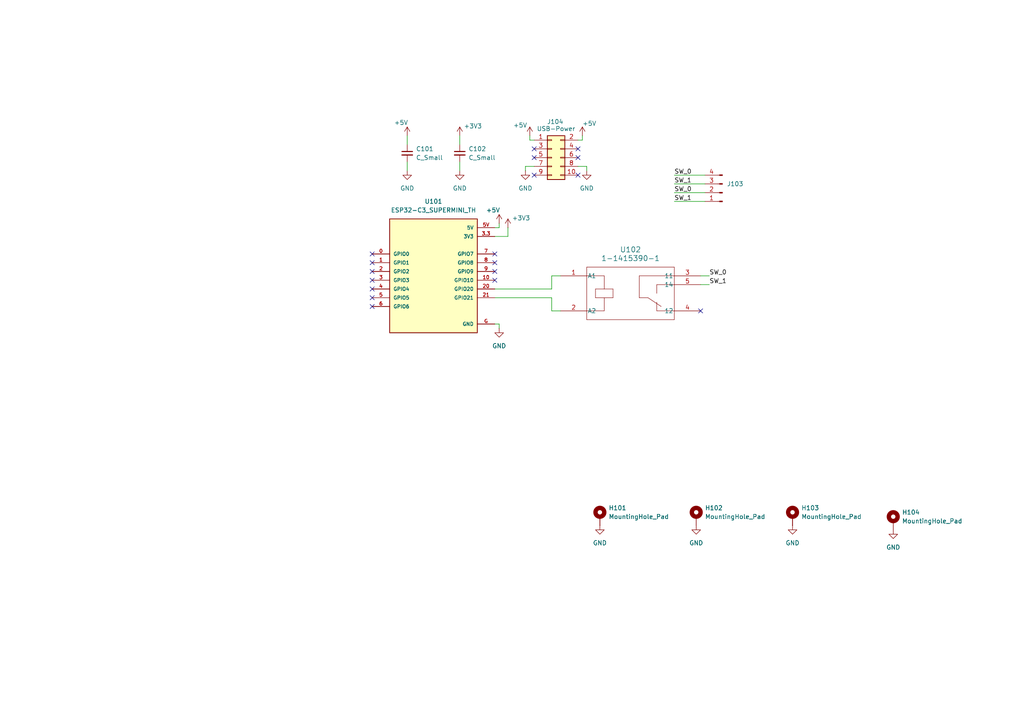
<source format=kicad_sch>
(kicad_sch (version 20250114) (generator "eeschema") (generator_version "9.0")
  (paper "A4")
  (lib_symbols
    (symbol "Connector:Conn_01x04_Pin" (pin_names (offset 1.016) (hide yes))
      (property "Reference" "J" (at 0 5.08 0))
      (property "Value" "Conn_01x04_Pin" (at 0 -7.62 0))
      (symbol "Conn_01x04_Pin_1_1"
        (rectangle (start 0.8636 2.667) (end 0 2.413) (stroke (width 0.1524)) (fill (type outline)))
        (rectangle (start 0.8636 0.127) (end 0 -0.127) (stroke (width 0.1524)) (fill (type outline)))
        (rectangle (start 0.8636 -2.413) (end 0 -2.667) (stroke (width 0.1524)) (fill (type outline)))
        (rectangle (start 0.8636 -4.953) (end 0 -5.207) (stroke (width 0.1524)) (fill (type outline)))
        (polyline (pts (xy 1.27 2.54) (xy 0.8636 2.54)) (stroke (width 0.1524)))
        (polyline (pts (xy 1.27 0) (xy 0.8636 0)) (stroke (width 0.1524)))
        (polyline (pts (xy 1.27 -2.54) (xy 0.8636 -2.54)) (stroke (width 0.1524)))
        (polyline (pts (xy 1.27 -5.08) (xy 0.8636 -5.08)) (stroke (width 0.1524)))
        (pin passive line (at 5.08 2.54 180) (length 3.81) (name "Pin_1") (number "1"))
        (pin passive line (at 5.08 0 180) (length 3.81) (name "Pin_2") (number "2"))
        (pin passive line (at 5.08 -2.54 180) (length 3.81) (name "Pin_3") (number "3"))
        (pin passive line (at 5.08 -5.08 180) (length 3.81) (name "Pin_4") (number "4"))
      )
    )
    (symbol "Connector_Generic:Conn_02x05_Odd_Even" (pin_names (offset 1.016) (hide yes))
      (property "Reference" "J" (at 1.27 7.62 0))
      (property "Value" "Conn_02x05_Odd_Even" (at 1.27 -7.62 0))
      (symbol "Conn_02x05_Odd_Even_1_1"
        (rectangle (start -1.27 6.35) (end 3.81 -6.35) (stroke (width 0.254)) (fill (type background)))
        (rectangle (start -1.27 5.207) (end 0 4.953) (stroke (width 0.1524)))
        (rectangle (start -1.27 2.667) (end 0 2.413) (stroke (width 0.1524)))
        (rectangle (start -1.27 0.127) (end 0 -0.127) (stroke (width 0.1524)))
        (rectangle (start -1.27 -2.413) (end 0 -2.667) (stroke (width 0.1524)))
        (rectangle (start -1.27 -4.953) (end 0 -5.207) (stroke (width 0.1524)))
        (rectangle (start 3.81 5.207) (end 2.54 4.953) (stroke (width 0.1524)))
        (rectangle (start 3.81 2.667) (end 2.54 2.413) (stroke (width 0.1524)))
        (rectangle (start 3.81 0.127) (end 2.54 -0.127) (stroke (width 0.1524)))
        (rectangle (start 3.81 -2.413) (end 2.54 -2.667) (stroke (width 0.1524)))
        (rectangle (start 3.81 -4.953) (end 2.54 -5.207) (stroke (width 0.1524)))
        (pin passive line (at -5.08 5.08 0) (length 3.81) (name "Pin_1") (number "1"))
        (pin passive line (at -5.08 2.54 0) (length 3.81) (name "Pin_3") (number "3"))
        (pin passive line (at -5.08 0 0) (length 3.81) (name "Pin_5") (number "5"))
        (pin passive line (at -5.08 -2.54 0) (length 3.81) (name "Pin_7") (number "7"))
        (pin passive line (at -5.08 -5.08 0) (length 3.81) (name "Pin_9") (number "9"))
        (pin passive line (at 7.62 5.08 180) (length 3.81) (name "Pin_2") (number "2"))
        (pin passive line (at 7.62 2.54 180) (length 3.81) (name "Pin_4") (number "4"))
        (pin passive line (at 7.62 0 180) (length 3.81) (name "Pin_6") (number "6"))
        (pin passive line (at 7.62 -2.54 180) (length 3.81) (name "Pin_8") (number "8"))
        (pin passive line (at 7.62 -5.08 180) (length 3.81) (name "Pin_10") (number "10"))
      )
    )
    (symbol "Device:C_Small" (pin_numbers (hide yes)) (pin_names (offset 0.254) (hide yes))
      (property "Reference" "C" (at 0.254 1.778 0))
      (property "Value" "C_Small" (at 0.254 -2.032 0))
      (symbol "C_Small_0_1"
        (polyline (pts (xy -1.524 0.508) (xy 1.524 0.508)) (stroke (width 0.3048)))
        (polyline (pts (xy -1.524 -0.508) (xy 1.524 -0.508)) (stroke (width 0.3302)))
      )
      (symbol "C_Small_1_1"
        (pin passive line (at 0 2.54 270) (length 2.032) (name "~") (number "1"))
        (pin passive line (at 0 -2.54 90) (length 2.032) (name "~") (number "2"))
      )
    )
    (symbol "ESP32-C3_SUPERMINI_TH:ESP32-C3_SUPERMINI_TH" (pin_names (offset 1.016))
      (property "Reference" "U" (at -12.7 16.002 0))
      (property "Value" "ESP32-C3_SUPERMINI_TH" (at -12.7 -20.32 0))
      (symbol "ESP32-C3_SUPERMINI_TH_0_0"
        (rectangle (start -12.7 -17.78) (end 12.7 15.24) (stroke (width 0.254)) (fill (type background)))
        (pin bidirectional line (at -17.78 5.08 0) (length 5.08) (name "GPIO0") (number "0"))
        (pin bidirectional line (at -17.78 2.54 0) (length 5.08) (name "GPIO1") (number "1"))
        (pin bidirectional line (at -17.78 0 0) (length 5.08) (name "GPIO2") (number "2"))
        (pin bidirectional line (at -17.78 -2.54 0) (length 5.08) (name "GPIO3") (number "3"))
        (pin bidirectional line (at -17.78 -5.08 0) (length 5.08) (name "GPIO4") (number "4"))
        (pin bidirectional line (at -17.78 -7.62 0) (length 5.08) (name "GPIO5") (number "5"))
        (pin bidirectional line (at -17.78 -10.16 0) (length 5.08) (name "GPIO6") (number "6"))
        (pin power_in line (at 17.78 12.7 180) (length 5.08) (name "5V") (number "5V"))
        (pin power_in line (at 17.78 10.16 180) (length 5.08) (name "3V3") (number "3.3"))
        (pin bidirectional line (at 17.78 5.08 180) (length 5.08) (name "GPIO7") (number "7"))
        (pin bidirectional line (at 17.78 2.54 180) (length 5.08) (name "GPIO8") (number "8"))
        (pin bidirectional line (at 17.78 0 180) (length 5.08) (name "GPIO9") (number "9"))
        (pin bidirectional line (at 17.78 -2.54 180) (length 5.08) (name "GPIO10") (number "10"))
        (pin bidirectional line (at 17.78 -5.08 180) (length 5.08) (name "GPIO20") (number "20"))
        (pin bidirectional line (at 17.78 -7.62 180) (length 5.08) (name "GPIO21") (number "21"))
        (pin power_in line (at 17.78 -15.24 180) (length 5.08) (name "GND") (number "G"))
      )
    )
    (symbol "FISEGO:MountingHole_Pad" (pin_numbers (hide yes)) (pin_names (offset 1.016) (hide yes)) (exclude_from_sim yes) (in_bom no)
      (property "Reference" "H" (at 0 6.35 0))
      (property "Value" "MountingHole_Pad" (at 0 4.445 0))
      (symbol "MountingHole_Pad_0_1"
        (circle (center 0 1.27) (radius 1.27) (stroke (width 1.27)))
      )
      (symbol "MountingHole_Pad_1_1"
        (pin input line (at 0 -2.54 90) (length 2.54) (name "1") (number "1"))
      )
    )
    (symbol "PE014F05:1-1415390-1" (pin_names (offset 0.254))
      (property "Reference" "U" (at 20.32 7.62 0))
      (property "Value" "1-1415390-1" (at 20.32 5.08 0))
      (symbol "1-1415390-1_0_1"
        (polyline (pts (xy 7.62 2.54) (xy 7.62 -12.7)) (stroke (width 0.127)))
        (polyline (pts (xy 7.62 0) (xy 12.7 0)) (stroke (width 0.127)))
        (polyline (pts (xy 7.62 -10.16) (xy 12.7 -10.16)) (stroke (width 0.127)))
        (polyline (pts (xy 7.62 -12.7) (xy 33.02 -12.7)) (stroke (width 0.127)))
        (polyline (pts (xy 10.16 -3.81) (xy 10.16 -6.35)) (stroke (width 0.127)))
        (polyline (pts (xy 10.16 -6.35) (xy 15.24 -6.35)) (stroke (width 0.127)))
        (polyline (pts (xy 12.7 0) (xy 12.7 -3.81)) (stroke (width 0.127)))
        (polyline (pts (xy 12.7 -6.35) (xy 12.7 -10.16)) (stroke (width 0.127)))
        (polyline (pts (xy 15.24 -3.81) (xy 10.16 -3.81)) (stroke (width 0.127)))
        (polyline (pts (xy 15.24 -6.35) (xy 15.24 -3.81)) (stroke (width 0.127)))
        (polyline (pts (xy 22.86 0) (xy 22.86 -6.35)) (stroke (width 0.127)))
        (polyline (pts (xy 22.86 -6.35) (xy 25.4 -6.35)) (stroke (width 0.127)))
        (polyline (pts (xy 25.4 -6.35) (xy 29.21 -8.89)) (stroke (width 0.127)))
        (polyline (pts (xy 27.94 -5.08) (xy 27.94 -2.54)) (stroke (width 0.127)))
        (polyline (pts (xy 27.94 -10.16) (xy 27.94 -7.62)) (stroke (width 0.127)))
        (polyline (pts (xy 33.02 2.54) (xy 7.62 2.54)) (stroke (width 0.127)))
        (polyline (pts (xy 33.02 0) (xy 22.86 0)) (stroke (width 0.127)))
        (polyline (pts (xy 33.02 -2.54) (xy 27.94 -2.54)) (stroke (width 0.127)))
        (polyline (pts (xy 33.02 -10.16) (xy 27.94 -10.16)) (stroke (width 0.127)))
        (polyline (pts (xy 33.02 -12.7) (xy 33.02 2.54)) (stroke (width 0.127)))
        (pin bidirectional line (at 0 0 0) (length 7.62) (name "A1") (number "1"))
        (pin unspecified line (at 0 -10.16 0) (length 7.62) (name "A2") (number "2"))
        (pin unspecified line (at 40.64 0 180) (length 7.62) (name "11") (number "3"))
        (pin unspecified line (at 40.64 -2.54 180) (length 7.62) (name "14") (number "5"))
        (pin unspecified line (at 40.64 -10.16 180) (length 7.62) (name "12") (number "4"))
      )
    )
    (symbol "power:+3V3" (power) (pin_numbers (hide yes)) (pin_names (offset 0) (hide yes))
      (property "Value" "+3V3" (at 0 3.556 0))
      (symbol "+3V3_0_1"
        (polyline (pts (xy -0.762 1.27) (xy 0 2.54)))
        (polyline (pts (xy 0 2.54) (xy 0.762 1.27)))
        (polyline (pts (xy 0 0) (xy 0 2.54)))
      )
      (symbol "+3V3_1_1"
        (pin power_in line (at 0 0 90) (length 0) (name "~") (number "1"))
      )
    )
    (symbol "power:+5V" (power) (pin_numbers (hide yes)) (pin_names (offset 0) (hide yes))
      (property "Value" "+5V" (at 0 3.556 0))
      (symbol "+5V_0_1"
        (polyline (pts (xy -0.762 1.27) (xy 0 2.54)))
        (polyline (pts (xy 0 2.54) (xy 0.762 1.27)))
        (polyline (pts (xy 0 0) (xy 0 2.54)))
      )
      (symbol "+5V_1_1"
        (pin power_in line (at 0 0 90) (length 0) (name "~") (number "1"))
      )
    )
    (symbol "power:GND" (power) (pin_numbers (hide yes)) (pin_names (offset 0) (hide yes))
      (property "Value" "GND" (at 0 -3.81 0))
      (symbol "GND_0_1"
        (polyline (pts (xy 0 0) (xy 0 -1.27) (xy 1.27 -1.27) (xy 0 -2.54) (xy -1.27 -1.27) (xy 0 -1.27)))
      )
      (symbol "GND_1_1"
        (pin power_in line (at 0 0 270) (length 0) (name "~") (number "1"))
      )
    )
  )
  (no_connect (at 107.95 86.36))
  (no_connect (at 107.95 76.2))
  (no_connect (at 154.94 43.18))
  (no_connect (at 107.95 81.28))
  (no_connect (at 167.64 45.72))
  (no_connect (at 143.51 73.66))
  (no_connect (at 107.95 88.9))
  (no_connect (at 154.94 50.8))
  (no_connect (at 143.51 78.74))
  (no_connect (at 107.95 73.66))
  (no_connect (at 107.95 78.74))
  (no_connect (at 167.64 50.8))
  (no_connect (at 143.51 81.28))
  (no_connect (at 143.51 76.2))
  (no_connect (at 167.64 43.18))
  (no_connect (at 154.94 45.72))
  (no_connect (at 107.95 83.82))
  (no_connect (at 203.2 90.17))
  (wire (pts (xy 143.51 83.82) (xy 160.02 83.82)))
  (wire (pts (xy 205.74 80.01) (xy 203.2 80.01)))
  (wire (pts (xy 153.67 39.37) (xy 153.67 40.64)))
  (wire (pts (xy 195.58 58.42) (xy 204.47 58.42)))
  (wire (pts (xy 160.02 80.01) (xy 162.56 80.01)))
  (wire (pts (xy 170.18 49.53) (xy 170.18 48.26)))
  (wire (pts (xy 152.4 48.26) (xy 154.94 48.26)))
  (wire (pts (xy 160.02 86.36) (xy 160.02 90.17)))
  (wire (pts (xy 168.91 40.64) (xy 168.91 39.37)))
  (wire (pts (xy 152.4 48.26) (xy 152.4 49.53)))
  (wire (pts (xy 160.02 83.82) (xy 160.02 80.01)))
  (wire (pts (xy 160.02 90.17) (xy 162.56 90.17)))
  (wire (pts (xy 170.18 48.26) (xy 167.64 48.26)))
  (wire (pts (xy 195.58 53.34) (xy 204.47 53.34)))
  (wire (pts (xy 167.64 40.64) (xy 168.91 40.64)))
  (wire (pts (xy 205.74 82.55) (xy 203.2 82.55)))
  (wire (pts (xy 133.35 39.37) (xy 133.35 41.91)))
  (wire (pts (xy 143.51 86.36) (xy 160.02 86.36)))
  (wire (pts (xy 133.35 46.99) (xy 133.35 49.53)))
  (wire (pts (xy 118.11 46.99) (xy 118.11 49.53)))
  (wire (pts (xy 195.58 50.8) (xy 204.47 50.8)))
  (wire (pts (xy 144.78 95.25) (xy 144.78 93.98)))
  (wire (pts (xy 144.78 64.77) (xy 144.78 66.04)))
  (wire (pts (xy 144.78 93.98) (xy 143.51 93.98)))
  (wire (pts (xy 147.32 66.04) (xy 147.32 68.58)))
  (wire (pts (xy 147.32 68.58) (xy 143.51 68.58)))
  (wire (pts (xy 153.67 40.64) (xy 154.94 40.64)))
  (wire (pts (xy 118.11 39.37) (xy 118.11 41.91)))
  (wire (pts (xy 195.58 55.88) (xy 204.47 55.88)))
  (wire (pts (xy 144.78 66.04) (xy 143.51 66.04)))
  (label "SW_1" (at 195.58 58.42 0))
  (label "SW_1" (at 195.58 53.34 0))
  (label "SW_0" (at 195.58 50.8 0))
  (label "SW_0" (at 195.58 55.88 0))
  (label "SW_1" (at 205.74 82.55 0))
  (label "SW_0" (at 205.74 80.01 0))
  (symbol (lib_id "FISEGO:MountingHole_Pad") (at 259.08 151.13 0) (unit 1) (exclude_from_sim yes) (in_bom no)
    (property "Reference" "H104" (at 261.62 148.5899 0) (effects (justify left)))
    (property "Value" "MountingHole_Pad" (at 261.62 151.1299 0) (effects (justify left)))
    (property "Footprint" "MountingHole:MountingHole_3.2mm_M3_DIN965_Pad" (effects (hide yes)))
    (property "Description" "Mounting Hole with connection" (effects (hide yes)))
  )
  (symbol (lib_id "power:+3V3") (at 133.35 39.37 0) (unit 1)
    (property "Reference" "#PWR0108" (effects (hide yes)))
    (property "Value" "+3V3" (at 137.16 36.576 0))
    (property "Description" "Power symbol creates a global label with name \"+3V3\"" (effects (hide yes)))
  )
  (symbol (lib_id "Connector_Generic:Conn_02x05_Odd_Even") (at 160.02 45.72 0) (unit 1)
    (property "Reference" "J104" (at 161.036 35.306 0))
    (property "Value" "USB-Power" (at 161.29 37.338 0))
    (property "Footprint" "Connector_PinHeader_2.54mm:PinHeader_2x05_P2.54mm_Vertical" (effects (hide yes)))
    (property "Description" "Generic connector, double row, 02x05, odd/even pin numbering scheme (row 1 odd numbers, row 2 even numbers), script generated (kicad-library-utils/schlib/autogen/connector/)" (effects (hide yes)))
  )
  (symbol (lib_id "power:GND") (at 173.99 152.4 0) (unit 1)
    (property "Reference" "#PWR0112" (effects (hide yes)))
    (property "Value" "GND" (at 173.99 157.48 0))
    (property "Description" "Power symbol creates a global label with name \"GND\" , ground" (effects (hide yes)))
  )
  (symbol (lib_id "power:GND") (at 144.78 95.25 0) (unit 1)
    (property "Reference" "#PWR0104" (effects (hide yes)))
    (property "Value" "GND" (at 144.78 100.33 0))
    (property "Description" "Power symbol creates a global label with name \"GND\" , ground" (effects (hide yes)))
  )
  (symbol (lib_id "power:GND") (at 133.35 49.53 0) (unit 1)
    (property "Reference" "#PWR0110" (effects (hide yes)))
    (property "Value" "GND" (at 133.35 54.61 0))
    (property "Description" "Power symbol creates a global label with name \"GND\" , ground" (effects (hide yes)))
  )
  (symbol (lib_id "power:+5V") (at 153.67 39.37 0) (unit 1)
    (property "Reference" "#PWR0105" (effects (hide yes)))
    (property "Value" "+5V" (at 150.876 36.322 0))
    (property "Description" "Power symbol creates a global label with name \"+5V\"" (effects (hide yes)))
  )
  (symbol (lib_id "power:GND") (at 259.08 153.67 0) (unit 1)
    (property "Reference" "#PWR0115" (effects (hide yes)))
    (property "Value" "GND" (at 259.08 158.75 0))
    (property "Description" "Power symbol creates a global label with name \"GND\" , ground" (effects (hide yes)))
  )
  (symbol (lib_id "power:+5V") (at 144.78 64.77 0) (unit 1)
    (property "Reference" "#PWR0103" (effects (hide yes)))
    (property "Value" "+5V" (at 143.002 60.96 0))
    (property "Description" "Power symbol creates a global label with name \"+5V\"" (effects (hide yes)))
  )
  (symbol (lib_id "power:+5V") (at 168.91 39.37 0) (unit 1)
    (property "Reference" "#PWR0106" (effects (hide yes)))
    (property "Value" "+5V" (at 170.942 35.814 0))
    (property "Description" "Power symbol creates a global label with name \"+5V\"" (effects (hide yes)))
  )
  (symbol (lib_id "power:GND") (at 118.11 49.53 0) (unit 1)
    (property "Reference" "#PWR0111" (effects (hide yes)))
    (property "Value" "GND" (at 118.11 54.61 0))
    (property "Description" "Power symbol creates a global label with name \"GND\" , ground" (effects (hide yes)))
  )
  (symbol (lib_id "FISEGO:MountingHole_Pad") (at 201.93 149.86 0) (unit 1) (exclude_from_sim yes) (in_bom no)
    (property "Reference" "H102" (at 204.47 147.3199 0) (effects (justify left)))
    (property "Value" "MountingHole_Pad" (at 204.47 149.8599 0) (effects (justify left)))
    (property "Footprint" "MountingHole:MountingHole_3.2mm_M3_DIN965_Pad" (effects (hide yes)))
    (property "Description" "Mounting Hole with connection" (effects (hide yes)))
  )
  (symbol (lib_id "power:+3V3") (at 147.32 66.04 0) (unit 1)
    (property "Reference" "#PWR0102" (effects (hide yes)))
    (property "Value" "+3V3" (at 151.13 63.246 0))
    (property "Description" "Power symbol creates a global label with name \"+3V3\"" (effects (hide yes)))
  )
  (symbol (lib_id "Device:C_Small") (at 118.11 44.45 0) (unit 1)
    (property "Reference" "C101" (at 120.65 43.1862 0) (effects (justify left)))
    (property "Value" "C_Small" (at 120.65 45.7262 0) (effects (justify left)))
    (property "Footprint" "Capacitor_SMD:C_0805_2012Metric_Pad1.18x1.45mm_HandSolder" (effects (hide yes)))
    (property "Description" "Unpolarized capacitor, small symbol" (effects (hide yes)))
  )
  (symbol (lib_id "FISEGO:MountingHole_Pad") (at 173.99 149.86 0) (unit 1) (exclude_from_sim yes) (in_bom no)
    (property "Reference" "H101" (at 176.53 147.3199 0) (effects (justify left)))
    (property "Value" "MountingHole_Pad" (at 176.53 149.8599 0) (effects (justify left)))
    (property "Footprint" "MountingHole:MountingHole_3.2mm_M3_DIN965_Pad" (effects (hide yes)))
    (property "Description" "Mounting Hole with connection" (effects (hide yes)))
  )
  (symbol (lib_id "ESP32-C3_SUPERMINI_TH:ESP32-C3_SUPERMINI_TH") (at 125.73 78.74 0) (unit 1)
    (property "Reference" "U101" (at 125.73 58.42 0))
    (property "Value" "ESP32-C3_SUPERMINI_TH" (at 125.73 60.96 0))
    (property "Footprint" "supermini:MODULE_ESP32-C3_SUPERMINI_TH" (effects (hide yes)))
    (property "MF" "Espressif Systems" (effects (hide yes)))
    (property "Description_1" "Super tiny ESP32-C3 board" (effects (hide yes)))
    (property "CREATOR" "DIZAR" (effects (hide yes)))
    (property "Price" "None" (effects (hide yes)))
    (property "Package" "Package" (effects (hide yes)))
    (property "Check_prices" "https://www.snapeda.com/parts/ESP32-C3%20SuperMini_TH/Espressif+Systems/view-part/?ref=eda" (effects (hide yes)))
    (property "STANDARD" "IPC-7351B" (effects (hide yes)))
    (property "SnapEDA_Link" "https://www.snapeda.com/parts/ESP32-C3%20SuperMini_TH/Espressif+Systems/view-part/?ref=snap" (effects (hide yes)))
    (property "MP" "ESP32-C3 SuperMini_TH" (effects (hide yes)))
    (property "Availability" "Not in stock" (effects (hide yes)))
    (property "MANUFACTURER" "Espressif Systems" (effects (hide yes)))
  )
  (symbol (lib_id "power:GND") (at 152.4 49.53 0) (unit 1)
    (property "Reference" "#PWR0107" (effects (hide yes)))
    (property "Value" "GND" (at 152.4 54.61 0))
    (property "Description" "Power symbol creates a global label with name \"GND\" , ground" (effects (hide yes)))
  )
  (symbol (lib_id "Device:C_Small") (at 133.35 44.45 0) (unit 1)
    (property "Reference" "C102" (at 135.89 43.1862 0) (effects (justify left)))
    (property "Value" "C_Small" (at 135.89 45.7262 0) (effects (justify left)))
    (property "Footprint" "Capacitor_SMD:C_0805_2012Metric_Pad1.18x1.45mm_HandSolder" (effects (hide yes)))
    (property "Description" "Unpolarized capacitor, small symbol" (effects (hide yes)))
  )
  (symbol (lib_id "PE014F05:1-1415390-1") (at 162.56 80.01 0) (unit 1)
    (property "Reference" "U102" (at 182.88 72.39 0) (effects (font (size 1.524 1.524))))
    (property "Value" "1-1415390-1" (at 182.88 74.93 0) (effects (font (size 1.524 1.524))))
    (property "Footprint" "supermini:RELAY5_1-1415390-1_TEC" (effects (hide yes)))
    (property "Datasheet" "1-1415390-1" (effects (hide yes)))
  )
  (symbol (lib_id "power:GND") (at 201.93 152.4 0) (unit 1)
    (property "Reference" "#PWR0113" (effects (hide yes)))
    (property "Value" "GND" (at 201.93 157.48 0))
    (property "Description" "Power symbol creates a global label with name \"GND\" , ground" (effects (hide yes)))
  )
  (symbol (lib_id "power:+5V") (at 118.11 39.37 0) (unit 1)
    (property "Reference" "#PWR0109" (effects (hide yes)))
    (property "Value" "+5V" (at 116.332 35.56 0))
    (property "Description" "Power symbol creates a global label with name \"+5V\"" (effects (hide yes)))
  )
  (symbol (lib_id "power:GND") (at 170.18 49.53 0) (unit 1)
    (property "Reference" "#PWR0101" (effects (hide yes)))
    (property "Value" "GND" (at 170.18 54.61 0))
    (property "Description" "Power symbol creates a global label with name \"GND\" , ground" (effects (hide yes)))
  )
  (symbol (lib_id "FISEGO:MountingHole_Pad") (at 229.87 149.86 0) (unit 1) (exclude_from_sim yes) (in_bom no)
    (property "Reference" "H103" (at 232.41 147.3199 0) (effects (justify left)))
    (property "Value" "MountingHole_Pad" (at 232.41 149.8599 0) (effects (justify left)))
    (property "Footprint" "MountingHole:MountingHole_3.2mm_M3_DIN965_Pad" (effects (hide yes)))
    (property "Description" "Mounting Hole with connection" (effects (hide yes)))
  )
  (symbol (lib_id "power:GND") (at 229.87 152.4 0) (unit 1)
    (property "Reference" "#PWR0114" (effects (hide yes)))
    (property "Value" "GND" (at 229.87 157.48 0))
    (property "Description" "Power symbol creates a global label with name \"GND\" , ground" (effects (hide yes)))
  )
  (symbol (lib_id "Connector:Conn_01x04_Pin") (at 209.55 55.88 180) (unit 1)
    (property "Reference" "J103" (at 210.82 53.3399 0) (effects (justify right)))
    (property "Value" "Conn_01x04_Pin" (effects (hide yes)))
    (property "Footprint" "Connector_PinHeader_2.54mm:PinHeader_1x04_P2.54mm_Vertical" (effects (hide yes)))
    (property "Description" "Generic connector, single row, 01x04, script generated" (effects (hide yes)))
  )
)
</source>
